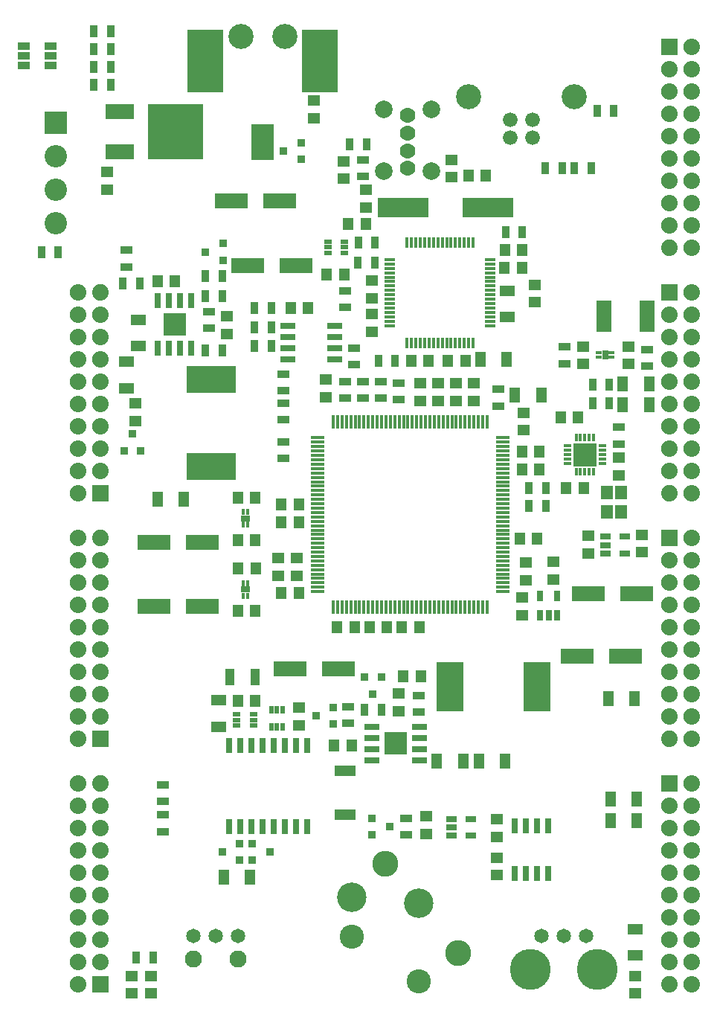
<source format=gts>
G04 #@! TF.FileFunction,Soldermask,Top*
%FSLAX46Y46*%
G04 Gerber Fmt 4.6, Leading zero omitted, Abs format (unit mm)*
G04 Created by KiCad (PCBNEW 4.0.0-rc2-1-stable) date Thursday, December 31, 2015 'AMt' 08:25:51 AM*
%MOMM*%
G01*
G04 APERTURE LIST*
%ADD10C,0.100000*%
%ADD11C,2.552400*%
%ADD12R,2.552400X2.552400*%
%ADD13R,0.752400X1.652400*%
%ADD14R,0.802400X1.212400*%
%ADD15R,1.212400X0.802400*%
%ADD16R,0.882400X0.398400*%
%ADD17R,0.398400X0.882400*%
%ADD18R,1.402400X1.402400*%
%ADD19R,1.352400X1.552400*%
%ADD20R,0.752400X1.702400*%
%ADD21R,1.327400X1.327400*%
%ADD22R,1.702400X0.752400*%
%ADD23R,0.551180X0.901700*%
%ADD24R,2.652400X4.152400*%
%ADD25R,4.152400X7.152400*%
%ADD26C,2.852400*%
%ADD27R,1.602400X0.402400*%
%ADD28R,0.402400X1.602400*%
%ADD29R,0.402400X1.152400*%
%ADD30R,1.152400X0.402400*%
%ADD31R,1.152400X1.402400*%
%ADD32R,0.901700X0.551180*%
%ADD33R,3.053080X5.552440*%
%ADD34R,0.952500X0.952500*%
%ADD35C,1.952400*%
%ADD36C,1.652400*%
%ADD37C,4.652400*%
%ADD38R,1.452400X0.852400*%
%ADD39R,1.752400X1.152400*%
%ADD40R,0.852400X1.452400*%
%ADD41C,1.676400*%
%ADD42C,2.852420*%
%ADD43R,1.402400X1.152400*%
%ADD44C,2.952400*%
%ADD45C,2.752400*%
%ADD46C,3.352400*%
%ADD47R,1.152400X1.752400*%
%ADD48C,1.772400*%
%ADD49C,2.002400*%
%ADD50R,1.752400X3.652400*%
%ADD51R,3.200400X1.803400*%
%ADD52R,6.248400X6.248400*%
%ADD53R,5.753100X2.252980*%
%ADD54C,1.879600*%
%ADD55O,1.879600X1.879600*%
%ADD56R,1.879600X1.879600*%
%ADD57R,1.052400X1.852400*%
%ADD58R,2.452400X1.152400*%
%ADD59R,5.552440X3.053080*%
%ADD60R,0.652400X1.012400*%
%ADD61R,0.702400X0.452400*%
%ADD62R,1.012400X0.652400*%
%ADD63R,0.452400X0.702400*%
%ADD64R,3.751580X1.752600*%
G04 APERTURE END LIST*
D10*
D11*
X104004737Y-63873441D03*
X104004737Y-67683441D03*
X104004737Y-60063441D03*
D12*
X104004737Y-56253441D03*
D13*
X123689737Y-136341441D03*
X124959737Y-136341441D03*
X126229737Y-136341441D03*
X127499737Y-136341441D03*
X128769737Y-136341441D03*
X130039737Y-136341441D03*
X131309737Y-136341441D03*
X132579737Y-136341441D03*
X132579737Y-127041441D03*
X131309737Y-127041441D03*
X130039737Y-127041441D03*
X128769737Y-127041441D03*
X127499737Y-127041441D03*
X126229737Y-127041441D03*
X124959737Y-127041441D03*
X123689737Y-127041441D03*
D14*
X159122737Y-112260441D03*
X160072737Y-112260441D03*
X161022737Y-112260441D03*
X161022737Y-110060441D03*
X159122737Y-110060441D03*
D15*
X166565379Y-103332959D03*
X166565379Y-104282959D03*
X166565379Y-105232959D03*
X168765379Y-105232959D03*
X168765379Y-103332959D03*
D16*
X166167255Y-94994799D03*
X166167255Y-94494799D03*
X166167255Y-93994799D03*
X166167255Y-93494799D03*
X166167255Y-92994799D03*
D17*
X165202255Y-92029799D03*
X164702255Y-92029799D03*
X164202255Y-92029799D03*
X163702255Y-92029799D03*
X163202255Y-92029799D03*
D16*
X162237255Y-92994799D03*
X162237255Y-93494799D03*
X162237255Y-93994799D03*
X162237255Y-94494799D03*
X162237255Y-94994799D03*
D17*
X163202255Y-95959799D03*
X163702255Y-95959799D03*
X164202255Y-95959799D03*
X164702255Y-95959799D03*
X165202255Y-95959799D03*
D18*
X163577255Y-93369799D03*
X163577255Y-94619799D03*
X164827255Y-93369799D03*
X164827255Y-94619799D03*
D19*
X166742737Y-98290441D03*
X166742737Y-100490441D03*
X168342737Y-98290441D03*
X168342737Y-100490441D03*
D20*
X115609237Y-81892941D03*
X116879237Y-81892941D03*
X118149237Y-81892941D03*
X119419237Y-81892941D03*
X119419237Y-76492941D03*
X118149237Y-76492941D03*
X116879237Y-76492941D03*
X115609237Y-76492941D03*
D21*
X118101737Y-78605441D03*
X116926737Y-78605441D03*
X118101737Y-79780441D03*
X116926737Y-79780441D03*
D22*
X130354737Y-79367441D03*
X130354737Y-80637441D03*
X130354737Y-81907441D03*
X130354737Y-83177441D03*
X135754737Y-83177441D03*
X135754737Y-81907441D03*
X135754737Y-80637441D03*
X135754737Y-79367441D03*
D23*
X129800977Y-123055441D03*
X129150737Y-123055441D03*
X128500497Y-123055441D03*
X128500497Y-124955361D03*
X129150737Y-124955361D03*
X129800977Y-124955361D03*
D20*
X156201737Y-141630441D03*
X157471737Y-141630441D03*
X158741737Y-141630441D03*
X160011737Y-141630441D03*
X160011737Y-136230441D03*
X158741737Y-136230441D03*
X157471737Y-136230441D03*
X156201737Y-136230441D03*
D15*
X149005737Y-135440441D03*
X149005737Y-136390441D03*
X149005737Y-137340441D03*
X151205737Y-137340441D03*
X151205737Y-135440441D03*
D22*
X145345737Y-128770441D03*
X145345737Y-127500441D03*
X145345737Y-126230441D03*
X145345737Y-124960441D03*
X139945737Y-124960441D03*
X139945737Y-126230441D03*
X139945737Y-127500441D03*
X139945737Y-128770441D03*
D21*
X142058237Y-126277941D03*
X142058237Y-127452941D03*
X143233237Y-126277941D03*
X143233237Y-127452941D03*
D24*
X127527917Y-58400881D03*
D25*
X134027917Y-49150881D03*
X121027917Y-49150881D03*
D26*
X130027917Y-46400881D03*
X125027917Y-46400881D03*
D27*
X154860996Y-109572620D03*
X154860996Y-109072620D03*
X154860996Y-108572620D03*
X154860996Y-108072620D03*
X154860996Y-107572620D03*
X154860996Y-107072620D03*
X154860996Y-106572620D03*
X154860996Y-106072620D03*
X154860996Y-105572620D03*
X154860996Y-105072620D03*
X154860996Y-104572620D03*
X154860996Y-104072620D03*
X154860996Y-103572620D03*
X154860996Y-103072620D03*
X154860996Y-102572620D03*
X154860996Y-102072620D03*
X154860996Y-101572620D03*
X154860996Y-101072620D03*
X154860996Y-100572620D03*
X154860996Y-100072620D03*
X154860996Y-99572620D03*
X154860996Y-99072620D03*
X154860996Y-98572620D03*
X154860996Y-98072620D03*
X154860996Y-97572620D03*
X154860996Y-97072620D03*
X154860996Y-96572620D03*
X154860996Y-96072620D03*
X154860996Y-95572620D03*
X154860996Y-95072620D03*
X154860996Y-94572620D03*
X154860996Y-94072620D03*
X154860996Y-93572620D03*
X154860996Y-93072620D03*
X154860996Y-92572620D03*
X154860996Y-92072620D03*
D28*
X153060996Y-90272620D03*
X152560996Y-90272620D03*
X152060996Y-90272620D03*
X151560996Y-90272620D03*
X151060996Y-90272620D03*
X150560996Y-90272620D03*
X150060996Y-90272620D03*
X149560996Y-90272620D03*
X149060996Y-90272620D03*
X148560996Y-90272620D03*
X148060996Y-90272620D03*
X147560996Y-90272620D03*
X147060996Y-90272620D03*
X146560996Y-90272620D03*
X146060996Y-90272620D03*
X145560996Y-90272620D03*
X145060996Y-90272620D03*
X144560996Y-90272620D03*
X144060996Y-90272620D03*
X143560996Y-90272620D03*
X143060996Y-90272620D03*
X142560996Y-90272620D03*
X142060996Y-90272620D03*
X141560996Y-90272620D03*
X141060996Y-90272620D03*
X140560996Y-90272620D03*
X140060996Y-90272620D03*
X139560996Y-90272620D03*
X139060996Y-90272620D03*
X138560996Y-90272620D03*
X138060996Y-90272620D03*
X137560996Y-90272620D03*
X137060996Y-90272620D03*
X136560996Y-90272620D03*
X136060996Y-90272620D03*
X135560996Y-90272620D03*
D27*
X133760996Y-92072620D03*
X133760996Y-92572620D03*
X133760996Y-93072620D03*
X133760996Y-93572620D03*
X133760996Y-94072620D03*
X133760996Y-94572620D03*
X133760996Y-95072620D03*
X133760996Y-95572620D03*
X133760996Y-96072620D03*
X133760996Y-96572620D03*
X133760996Y-97072620D03*
X133760996Y-97572620D03*
X133760996Y-98072620D03*
X133760996Y-98572620D03*
X133760996Y-99072620D03*
X133760996Y-99572620D03*
X133760996Y-100072620D03*
X133760996Y-100572620D03*
X133760996Y-101072620D03*
X133760996Y-101572620D03*
X133760996Y-102072620D03*
X133760996Y-102572620D03*
X133760996Y-103072620D03*
X133760996Y-103572620D03*
X133760996Y-104072620D03*
X133760996Y-104572620D03*
X133760996Y-105072620D03*
X133760996Y-105572620D03*
X133760996Y-106072620D03*
X133760996Y-106572620D03*
X133760996Y-107072620D03*
X133760996Y-107572620D03*
X133760996Y-108072620D03*
X133760996Y-108572620D03*
X133760996Y-109072620D03*
X133760996Y-109572620D03*
D28*
X135560996Y-111372620D03*
X136060996Y-111372620D03*
X136560996Y-111372620D03*
X137060996Y-111372620D03*
X137560996Y-111372620D03*
X138060996Y-111372620D03*
X138560996Y-111372620D03*
X139060996Y-111372620D03*
X139560996Y-111372620D03*
X140060996Y-111372620D03*
X140560996Y-111372620D03*
X141060996Y-111372620D03*
X141560996Y-111372620D03*
X142060996Y-111372620D03*
X142560996Y-111372620D03*
X143060996Y-111372620D03*
X143560996Y-111372620D03*
X144060996Y-111372620D03*
X144560996Y-111372620D03*
X145060996Y-111372620D03*
X145560996Y-111372620D03*
X146060996Y-111372620D03*
X146560996Y-111372620D03*
X147060996Y-111372620D03*
X147560996Y-111372620D03*
X148060996Y-111372620D03*
X148560996Y-111372620D03*
X149060996Y-111372620D03*
X149560996Y-111372620D03*
X150060996Y-111372620D03*
X150560996Y-111372620D03*
X151060996Y-111372620D03*
X151560996Y-111372620D03*
X152060996Y-111372620D03*
X152560996Y-111372620D03*
X153060996Y-111372620D03*
D29*
X151470917Y-69839881D03*
X150970917Y-69839881D03*
X150470917Y-69839881D03*
X149970917Y-69839881D03*
X149470917Y-69839881D03*
X148970917Y-69839881D03*
X148470917Y-69839881D03*
X147970917Y-69839881D03*
X147470917Y-69839881D03*
X146970917Y-69839881D03*
X146470917Y-69839881D03*
X145970917Y-69839881D03*
X145470917Y-69839881D03*
X144970917Y-69839881D03*
X144470917Y-69839881D03*
X143970917Y-69839881D03*
D30*
X142020917Y-71789881D03*
X142020917Y-72289881D03*
X142020917Y-72789881D03*
X142020917Y-73289881D03*
X142020917Y-73789881D03*
X142020917Y-74289881D03*
X142020917Y-74789881D03*
X142020917Y-75289881D03*
X142020917Y-75789881D03*
X142020917Y-76289881D03*
X142020917Y-76789881D03*
X142020917Y-77289881D03*
X142020917Y-77789881D03*
X142020917Y-78289881D03*
X142020917Y-78789881D03*
X142020917Y-79289881D03*
D29*
X143970917Y-81239881D03*
X144470917Y-81239881D03*
X144970917Y-81239881D03*
X145470917Y-81239881D03*
X145970917Y-81239881D03*
X146470917Y-81239881D03*
X146970917Y-81239881D03*
X147470917Y-81239881D03*
X147970917Y-81239881D03*
X148470917Y-81239881D03*
X148970917Y-81239881D03*
X149470917Y-81239881D03*
X149970917Y-81239881D03*
X150470917Y-81239881D03*
X150970917Y-81239881D03*
X151470917Y-81239881D03*
D30*
X153420917Y-79289881D03*
X153420917Y-78789881D03*
X153420917Y-78289881D03*
X153420917Y-77789881D03*
X153420917Y-77289881D03*
X153420917Y-76789881D03*
X153420917Y-76289881D03*
X153420917Y-75789881D03*
X153420917Y-75289881D03*
X153420917Y-74789881D03*
X153420917Y-74289881D03*
X153420917Y-73789881D03*
X153420917Y-73289881D03*
X153420917Y-72789881D03*
X153420917Y-72289881D03*
X153420917Y-71789881D03*
D31*
X150613737Y-83304441D03*
X148613737Y-83304441D03*
X134796137Y-73474641D03*
X136796137Y-73474641D03*
D32*
X126478657Y-124833441D03*
X126478657Y-124183201D03*
X126478657Y-123532961D03*
X124578737Y-123532961D03*
X124578737Y-124183201D03*
X124578737Y-124833441D03*
D33*
X158736657Y-120388441D03*
X148835737Y-120388441D03*
D34*
X135594717Y-124640441D03*
X135594717Y-122740441D03*
X133595737Y-123690441D03*
X124926717Y-140134441D03*
X124926717Y-138234441D03*
X122927737Y-139184441D03*
D35*
X124705737Y-151358881D03*
X119625737Y-151358881D03*
D36*
X124705737Y-148728881D03*
X119625737Y-148728881D03*
X122165737Y-148728881D03*
D37*
X165599737Y-152575441D03*
D36*
X164329737Y-148765441D03*
X159249737Y-148765441D03*
X161789737Y-148765441D03*
D37*
X157979737Y-152575441D03*
D38*
X100295737Y-47533441D03*
X100295737Y-48633441D03*
X100295737Y-49733441D03*
X103395737Y-49733441D03*
X103395737Y-48633441D03*
X103395737Y-47533441D03*
D39*
X122546737Y-124936441D03*
X122546737Y-121936441D03*
D40*
X164901237Y-61396941D03*
X163001237Y-61396941D03*
D31*
X162075737Y-97801620D03*
X164075737Y-97801620D03*
D41*
X158267917Y-57910881D03*
X155727917Y-57910881D03*
X155727917Y-55911901D03*
X158267917Y-55911901D03*
D42*
X162997397Y-53211881D03*
X150998437Y-53211881D03*
D43*
X149026237Y-62412941D03*
X149026237Y-60412941D03*
D44*
X149747917Y-150728881D03*
X141497917Y-140558881D03*
D45*
X145307917Y-153898881D03*
X137687917Y-148818881D03*
D46*
X137687917Y-144373881D03*
X145307917Y-145008881D03*
D31*
X137247237Y-67746941D03*
X139247237Y-67746941D03*
X144422737Y-83304441D03*
X146422737Y-83304441D03*
X157084137Y-70731441D03*
X155084137Y-70731441D03*
D43*
X139945737Y-76192441D03*
X139945737Y-74192441D03*
D31*
X157027237Y-72763441D03*
X155027237Y-72763441D03*
D47*
X168520737Y-85907941D03*
X171520737Y-85907941D03*
D43*
X139945737Y-77970441D03*
X139945737Y-79970441D03*
D31*
X152931237Y-62222441D03*
X150931237Y-62222441D03*
D39*
X155376237Y-78326041D03*
X155376237Y-75326041D03*
D43*
X158513137Y-74649641D03*
X158513137Y-76649641D03*
D47*
X155287337Y-83177441D03*
X152287337Y-83177441D03*
D43*
X139261937Y-63873441D03*
X139261937Y-65873441D03*
D47*
X168520737Y-88308241D03*
X171520737Y-88308241D03*
X126102737Y-142105441D03*
X123102737Y-142105441D03*
D43*
X146168737Y-137152441D03*
X146168737Y-135152441D03*
D31*
X124705737Y-122039441D03*
X126705737Y-122039441D03*
X129627237Y-101719441D03*
X131627237Y-101719441D03*
X156767137Y-103573641D03*
X158767137Y-103573641D03*
D43*
X147466917Y-85842881D03*
X147466917Y-87842881D03*
X157471737Y-108291441D03*
X157471737Y-106291441D03*
X157268537Y-91197241D03*
X157268537Y-89197241D03*
D47*
X156224337Y-87165241D03*
X159224337Y-87165241D03*
D31*
X136008737Y-113657441D03*
X138008737Y-113657441D03*
D43*
X131436737Y-107783441D03*
X131436737Y-105783441D03*
D31*
X159046537Y-95674241D03*
X157046537Y-95674241D03*
X159046537Y-93642241D03*
X157046537Y-93642241D03*
D43*
X149498917Y-85858881D03*
X149498917Y-87858881D03*
X151530917Y-85858881D03*
X151530917Y-87858881D03*
D31*
X139691737Y-113657441D03*
X141691737Y-113657441D03*
X129658737Y-109720441D03*
X131658737Y-109720441D03*
X143374737Y-113639881D03*
X145374737Y-113639881D03*
D43*
X134738737Y-85431941D03*
X134738737Y-87431941D03*
X145434917Y-85842881D03*
X145434917Y-87842881D03*
D31*
X129627237Y-99623941D03*
X131627237Y-99623941D03*
X115561737Y-74287441D03*
X117561737Y-74287441D03*
D43*
X113021737Y-90130441D03*
X113021737Y-88130441D03*
X123435737Y-78224441D03*
X123435737Y-80224441D03*
D31*
X137659737Y-127119441D03*
X135659737Y-127119441D03*
D43*
X142993737Y-123166441D03*
X142993737Y-121166441D03*
D31*
X143533737Y-119245441D03*
X145533737Y-119245441D03*
D43*
X163974137Y-81685441D03*
X163974137Y-83685441D03*
X169181137Y-83685441D03*
X169181137Y-81685441D03*
X136770737Y-62603441D03*
X136770737Y-60603441D03*
X129277737Y-107783441D03*
X129277737Y-105783441D03*
D31*
X126705737Y-98849241D03*
X124705737Y-98849241D03*
X126721737Y-106926441D03*
X124721737Y-106926441D03*
X124705737Y-103675241D03*
X126705737Y-103675241D03*
X124705737Y-111752441D03*
X126705737Y-111752441D03*
D47*
X170123737Y-133215441D03*
X167123737Y-133215441D03*
X170123737Y-135628441D03*
X167123737Y-135628441D03*
D43*
X109846737Y-63841441D03*
X109846737Y-61841441D03*
X133341737Y-55713441D03*
X133341737Y-53713441D03*
X164617379Y-103232959D03*
X164617379Y-105232959D03*
X170713379Y-103089959D03*
X170713379Y-105089959D03*
X157090737Y-110260441D03*
X157090737Y-112260441D03*
X160646737Y-108196441D03*
X160646737Y-106196441D03*
D31*
X163440737Y-89730641D03*
X161440737Y-89730641D03*
D43*
X168076237Y-94321941D03*
X168076237Y-96321941D03*
X169917737Y-155313441D03*
X169917737Y-153313441D03*
X114799737Y-155313441D03*
X114799737Y-153313441D03*
X112640737Y-153313441D03*
X112640737Y-155313441D03*
D48*
X144009737Y-55410881D03*
X144009737Y-57410881D03*
X144009737Y-59410881D03*
D49*
X146729737Y-54680881D03*
D48*
X144009737Y-61410881D03*
D49*
X146729737Y-61680881D03*
X141289737Y-54680881D03*
X141289737Y-61680881D03*
D34*
X139960977Y-135374441D03*
X139960977Y-137274441D03*
X141959957Y-136324441D03*
X126356737Y-138234441D03*
X126356737Y-140134441D03*
X128355717Y-139184441D03*
X111756737Y-93591441D03*
X113656737Y-93591441D03*
X112706737Y-91592461D03*
X141022737Y-119278461D03*
X139122737Y-119278461D03*
X140072737Y-121277441D03*
X131911717Y-60378441D03*
X131911717Y-58478441D03*
X129912737Y-59428441D03*
D50*
X171276637Y-78224441D03*
X166399837Y-78224441D03*
D40*
X161596737Y-61396941D03*
X159696737Y-61396941D03*
X165071337Y-86047641D03*
X166971337Y-86047641D03*
X165071337Y-88155841D03*
X166971337Y-88155841D03*
X137456537Y-58666441D03*
X139356537Y-58666441D03*
D38*
X138929737Y-62349441D03*
X138929737Y-60449441D03*
D40*
X113148737Y-151249441D03*
X115048737Y-151249441D03*
D34*
X123021717Y-71874441D03*
X123021717Y-69974441D03*
X121022737Y-70924441D03*
D51*
X111243737Y-54983441D03*
D52*
X117593737Y-57269441D03*
D51*
X111243737Y-59555441D03*
D40*
X128515737Y-77335441D03*
X126615737Y-77335441D03*
X128515737Y-79494441D03*
X126615737Y-79494441D03*
X128515737Y-81653441D03*
X126615737Y-81653441D03*
D38*
X136923137Y-77254241D03*
X136923137Y-75354241D03*
X137913737Y-83746441D03*
X137913737Y-81846441D03*
X129912737Y-86733441D03*
X129912737Y-84833441D03*
D40*
X140707737Y-83304441D03*
X142607737Y-83304441D03*
X138360737Y-72128441D03*
X140260737Y-72128441D03*
X138421737Y-69842441D03*
X140321737Y-69842441D03*
X157085737Y-68699441D03*
X155185737Y-68699441D03*
D38*
X143882737Y-135379441D03*
X143882737Y-137279441D03*
X154322137Y-86545441D03*
X154322137Y-88445441D03*
X138929737Y-87558941D03*
X138929737Y-85658941D03*
X136897737Y-85658941D03*
X136897737Y-87558941D03*
X142993737Y-87749441D03*
X142993737Y-85849441D03*
X140961737Y-87558941D03*
X140961737Y-85658941D03*
D40*
X122922737Y-73652441D03*
X121022737Y-73652441D03*
X122922737Y-82161441D03*
X121022737Y-82161441D03*
X121022737Y-75938441D03*
X122922737Y-75938441D03*
D38*
X121403737Y-79616441D03*
X121403737Y-77716441D03*
X129912737Y-88130441D03*
X129912737Y-90030441D03*
X145279737Y-121404441D03*
X145279737Y-123304441D03*
X137278737Y-124579441D03*
X137278737Y-122679441D03*
D40*
X141020237Y-122991941D03*
X139120237Y-122991941D03*
D38*
X161891337Y-83619441D03*
X161891337Y-81719441D03*
X171314737Y-82034441D03*
X171314737Y-83934441D03*
X129912737Y-92516941D03*
X129912737Y-94416941D03*
D40*
X111629737Y-74541441D03*
X113529737Y-74541441D03*
X102358737Y-70985441D03*
X104258737Y-70985441D03*
X159757737Y-99789041D03*
X157857737Y-99789041D03*
X159757737Y-97757041D03*
X157857737Y-97757041D03*
D38*
X168076237Y-90865941D03*
X168076237Y-92765941D03*
D53*
X153199457Y-65905441D03*
X143501737Y-65905441D03*
D31*
X130706737Y-77335441D03*
X132706737Y-77335441D03*
D40*
X110222737Y-47871441D03*
X108322737Y-47871441D03*
X110222737Y-49903441D03*
X108322737Y-49903441D03*
X110222737Y-51935441D03*
X108322737Y-51935441D03*
D54*
X109084737Y-75557441D03*
D55*
X106544737Y-75557441D03*
X109084737Y-78097441D03*
X106544737Y-78097441D03*
X109084737Y-80637441D03*
X106544737Y-80637441D03*
X109084737Y-83177441D03*
X106544737Y-83177441D03*
X109084737Y-85717441D03*
X106544737Y-85717441D03*
X109084737Y-88257441D03*
X106544737Y-88257441D03*
X109084737Y-90797441D03*
X106544737Y-90797441D03*
X109084737Y-93337441D03*
X106544737Y-93337441D03*
X109084737Y-95877441D03*
X106544737Y-95877441D03*
D56*
X109084737Y-98417441D03*
D55*
X106544737Y-98417441D03*
D54*
X109084737Y-103497441D03*
D55*
X106544737Y-103497441D03*
X109084737Y-106037441D03*
X106544737Y-106037441D03*
X109084737Y-108577441D03*
X106544737Y-108577441D03*
X109084737Y-111117441D03*
X106544737Y-111117441D03*
X109084737Y-113657441D03*
X106544737Y-113657441D03*
X109084737Y-116197441D03*
X106544737Y-116197441D03*
X109084737Y-118737441D03*
X106544737Y-118737441D03*
X109084737Y-121277441D03*
X106544737Y-121277441D03*
X109084737Y-123817441D03*
X106544737Y-123817441D03*
D56*
X109084737Y-126357441D03*
D55*
X106544737Y-126357441D03*
D54*
X109084737Y-131437441D03*
D55*
X106544737Y-131437441D03*
X109084737Y-133977441D03*
X106544737Y-133977441D03*
X109084737Y-136517441D03*
X106544737Y-136517441D03*
X109084737Y-139057441D03*
X106544737Y-139057441D03*
X109084737Y-141597441D03*
X106544737Y-141597441D03*
X109084737Y-144137441D03*
X106544737Y-144137441D03*
X109084737Y-146677441D03*
X106544737Y-146677441D03*
X109084737Y-149217441D03*
X106544737Y-149217441D03*
X109084737Y-151757441D03*
X106544737Y-151757441D03*
D56*
X109084737Y-154297441D03*
D55*
X106544737Y-154297441D03*
D54*
X173854737Y-154297441D03*
D55*
X176394737Y-154297441D03*
X173854737Y-151757441D03*
X176394737Y-151757441D03*
X173854737Y-149217441D03*
X176394737Y-149217441D03*
X173854737Y-146677441D03*
X176394737Y-146677441D03*
X173854737Y-144137441D03*
X176394737Y-144137441D03*
X173854737Y-141597441D03*
X176394737Y-141597441D03*
X173854737Y-139057441D03*
X176394737Y-139057441D03*
X173854737Y-136517441D03*
X176394737Y-136517441D03*
X173854737Y-133977441D03*
X176394737Y-133977441D03*
D56*
X173854737Y-131437441D03*
D55*
X176394737Y-131437441D03*
D54*
X173854737Y-126357441D03*
D55*
X176394737Y-126357441D03*
X173854737Y-123817441D03*
X176394737Y-123817441D03*
X173854737Y-121277441D03*
X176394737Y-121277441D03*
X173854737Y-118737441D03*
X176394737Y-118737441D03*
X173854737Y-116197441D03*
X176394737Y-116197441D03*
X173854737Y-113657441D03*
X176394737Y-113657441D03*
X173854737Y-111117441D03*
X176394737Y-111117441D03*
X173854737Y-108577441D03*
X176394737Y-108577441D03*
X173854737Y-106037441D03*
X176394737Y-106037441D03*
D56*
X173854737Y-103497441D03*
D55*
X176394737Y-103497441D03*
D54*
X173854737Y-98417441D03*
D55*
X176394737Y-98417441D03*
X173854737Y-95877441D03*
X176394737Y-95877441D03*
X173854737Y-93337441D03*
X176394737Y-93337441D03*
X173854737Y-90797441D03*
X176394737Y-90797441D03*
X173854737Y-88257441D03*
X176394737Y-88257441D03*
X173854737Y-85717441D03*
X176394737Y-85717441D03*
X173854737Y-83177441D03*
X176394737Y-83177441D03*
X173854737Y-80637441D03*
X176394737Y-80637441D03*
X173854737Y-78097441D03*
X176394737Y-78097441D03*
D56*
X173854737Y-75557441D03*
D55*
X176394737Y-75557441D03*
D54*
X173854737Y-70477441D03*
D55*
X176394737Y-70477441D03*
X173854737Y-67937441D03*
X176394737Y-67937441D03*
X173854737Y-65397441D03*
X176394737Y-65397441D03*
X173854737Y-62857441D03*
X176394737Y-62857441D03*
X173854737Y-60317441D03*
X176394737Y-60317441D03*
X173854737Y-57777441D03*
X176394737Y-57777441D03*
X173854737Y-55237441D03*
X176394737Y-55237441D03*
X173854737Y-52697441D03*
X176394737Y-52697441D03*
X173854737Y-50157441D03*
X176394737Y-50157441D03*
D56*
X173854737Y-47617441D03*
D55*
X176394737Y-47617441D03*
D40*
X167499737Y-54856441D03*
X165599737Y-54856441D03*
D38*
X112005737Y-70736441D03*
X112005737Y-72636441D03*
D43*
X131690737Y-124801441D03*
X131690737Y-122801441D03*
X154169737Y-137501441D03*
X154169737Y-135501441D03*
D39*
X113402737Y-81653441D03*
X113402737Y-78653441D03*
X112005737Y-83431441D03*
X112005737Y-86431441D03*
D47*
X118561737Y-99052441D03*
X115561737Y-99052441D03*
X152137737Y-128897441D03*
X155137737Y-128897441D03*
X147359737Y-128897441D03*
X150359737Y-128897441D03*
X169869737Y-121785441D03*
X166869737Y-121785441D03*
D39*
X169917737Y-150995441D03*
X169917737Y-147995441D03*
D57*
X126663737Y-119308941D03*
X123763737Y-119308941D03*
D38*
X116133237Y-131564441D03*
X116133237Y-133464441D03*
X116133237Y-134993441D03*
X116133237Y-136893441D03*
D40*
X108322737Y-45839441D03*
X110222737Y-45839441D03*
D43*
X154169737Y-141851441D03*
X154169737Y-139851441D03*
D58*
X136897737Y-134953441D03*
X136897737Y-129953441D03*
D59*
X121657737Y-95369441D03*
X121657737Y-85468521D03*
D60*
X166514137Y-82669441D03*
D61*
X167239137Y-82919441D03*
X167239137Y-82419441D03*
X165789137Y-82919441D03*
X165789137Y-82419441D03*
D62*
X125590737Y-101225241D03*
D63*
X125340737Y-101950241D03*
X125840737Y-101950241D03*
X125340737Y-100500241D03*
X125840737Y-100500241D03*
D62*
X125594737Y-109339441D03*
D63*
X125344737Y-110064441D03*
X125844737Y-110064441D03*
X125344737Y-108614441D03*
X125844737Y-108614441D03*
D32*
X134967337Y-69725601D03*
X134967337Y-70375841D03*
X134967337Y-71026081D03*
X136867257Y-71026081D03*
X136867257Y-70375841D03*
X136867257Y-69725601D03*
D64*
X164583737Y-109770700D03*
X170085377Y-109770700D03*
X136135737Y-118356441D03*
X130634097Y-118356441D03*
X120682377Y-104005441D03*
X115180737Y-104005441D03*
X123943737Y-65143441D03*
X129445377Y-65143441D03*
X125848737Y-72509441D03*
X131350377Y-72509441D03*
X120682377Y-111244441D03*
X115180737Y-111244441D03*
X163313737Y-116959441D03*
X168815377Y-116959441D03*
M02*

</source>
